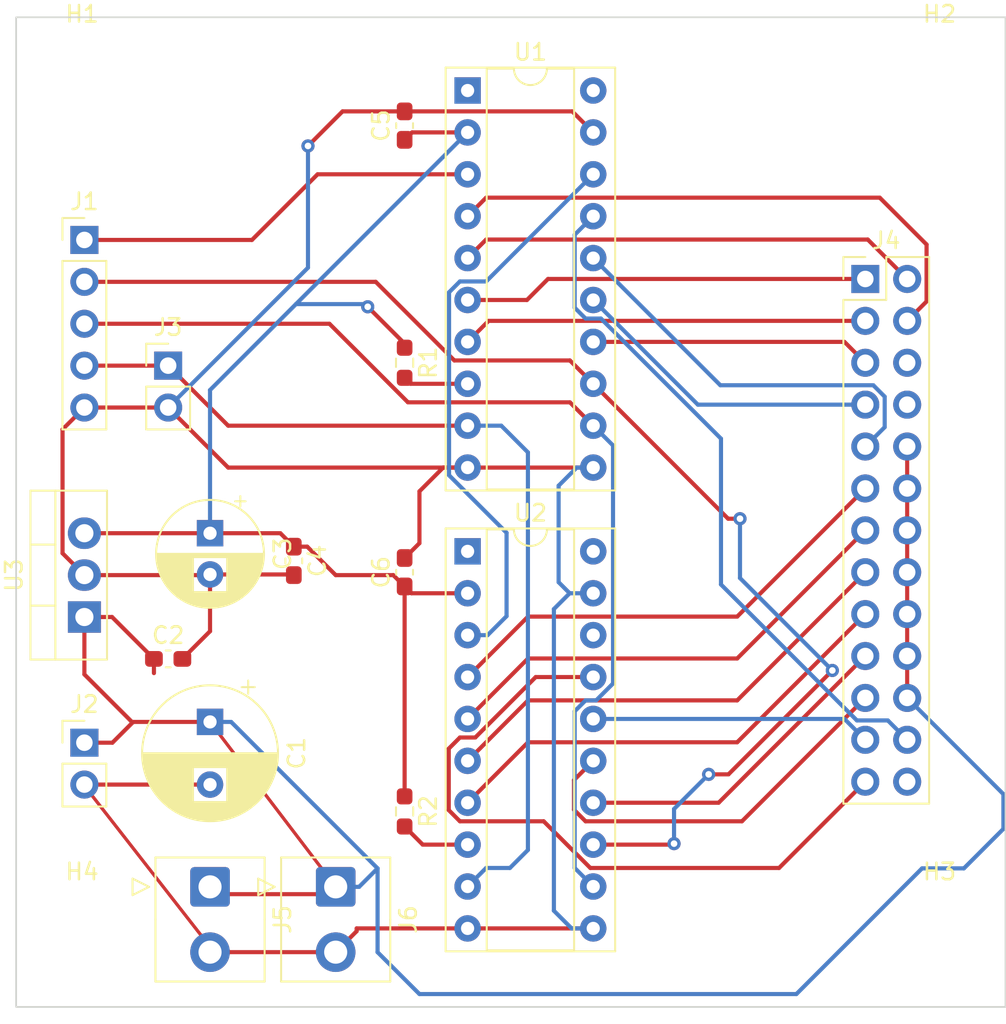
<source format=kicad_pcb>
(kicad_pcb (version 20221018) (generator pcbnew)
  (layers (0 "F.Cu" signal) (31 "B.Cu" signal) (34 "B.Paste" user) (35 "F.Paste" user) (36 "B.SilkS" user "B.Silkscreen") (37 "F.SilkS" user "F.Silkscreen") (38 "B.Mask" user) (39 "F.Mask" user) (44 "Edge.Cuts" user))
  (net 0 "")
  (net 1 "+12V")
  (net 2 "GND")
  (net 3 "+5V")
  (net 4 "Net-(J1-Pin_2)")
  (net 5 "Net-(J1-Pin_3)")
  (net 6 "Net-(J1-Pin_4)")
  (net 7 "L3")
  (net 8 "L2")
  (net 9 "L4")
  (net 10 "L1")
  (net 11 "L5")
  (net 13 "L6")
  (net 15 "L7")
  (net 16 "C1")
  (net 17 "C2")
  (net 18 "C3")
  (net 19 "C4")
  (net 20 "C5")
  (net 21 "C6")
  (net 22 "C7")
  (net 23 "HTP")
  (net 24 "C8")
  (net 26 "Net-(U1-~{SRCLR})")
  (net 27 "Net-(U2-~{SRCLR})")
  (net 29 "Net-(U1-SER_OUT)")
  (net 34 "Net-(J1-Pin_1)")
  (footprint "Connector_PinHeader_2.54mm:PinHeader_1x05_P2.54mm_Vertical" (layer "F.Cu") (at 104.14 63.5)
    (fp_text reference "J1" (at 0 -2.33) (layer "F.SilkS"))
    (fp_text value "5pin")
    (pad "1" thru_hole rect (at 0 0) (size 1.7 1.7) (drill 1) (layers "*.Cu" "*.Mask") (net 34 "Net-(J1-Pin_1)"))
    (pad "2" thru_hole oval (at 0 2.54) (size 1.7 1.7) (drill 1) (layers "*.Cu" "*.Mask") (net 4 "Net-(J1-Pin_2)"))
    (pad "3" thru_hole oval (at 0 5.08) (size 1.7 1.7) (drill 1) (layers "*.Cu" "*.Mask") (net 5 "Net-(J1-Pin_3)"))
    (pad "4" thru_hole oval (at 0 7.62) (size 1.7 1.7) (drill 1) (layers "*.Cu" "*.Mask") (net 6 "Net-(J1-Pin_4)"))
    (pad "5" thru_hole oval (at 0 10.16) (size 1.7 1.7) (drill 1) (layers "*.Cu" "*.Mask") (net 2 "GND"))
  )
  (footprint "Resistor_SMD:R_0603_1608Metric_Pad0.98x0.95mm_HandSolder" (layer "F.Cu") (at 123.56 98.1475 -90)
    (fp_text reference "R2" (at 0 -1.43 90) (layer "F.SilkS"))
    (fp_text value "10k")
    (pad "1" smd roundrect (at -0.9125 0 270) (size 0.975 0.95) (layers "F.Cu" "F.Paste" "F.Mask") (net 3 "+5V"))
    (pad "2" smd roundrect (at 0.9125 0 270) (size 0.975 0.95) (layers "F.Cu" "F.Paste" "F.Mask") (net 27 "Net-(U2-~{SRCLR})"))
  )
  (footprint "Connector_PinHeader_2.54mm:PinHeader_1x02_P2.54mm_Vertical" (layer "F.Cu") (at 109.22 71.12)
    (fp_text reference "J3" (at 0 -2.33) (layer "F.SilkS"))
    (fp_text value "2pin")
    (pad "1" thru_hole rect (at 0 0) (size 1.7 1.7) (drill 1) (layers "*.Cu" "*.Mask") (net 6 "Net-(J1-Pin_4)"))
    (pad "2" thru_hole oval (at 0 2.54) (size 1.7 1.7) (drill 1) (layers "*.Cu" "*.Mask") (net 2 "GND"))
  )
  (footprint "MountingHole:MountingHole_3.2mm_M3" (layer "F.Cu") (at 156 106)
    (fp_text reference "H3" (at 0 -4.2) (layer "F.SilkS"))
    (fp_text value "MH")
    (pad "" np_thru_hole circle (at 0 0) (size 3.2 3.2) (drill 3.2) (layers "*.Cu" "*.Mask"))
  )
  (footprint "MountingHole:MountingHole_3.2mm_M3" (layer "F.Cu") (at 156 54)
    (fp_text reference "H2" (at 0 -4.2) (layer "F.SilkS"))
    (fp_text value "MH")
    (pad "" np_thru_hole circle (at 0 0) (size 3.2 3.2) (drill 3.2) (layers "*.Cu" "*.Mask"))
  )
  (footprint "Capacitor_SMD:C_0603_1608Metric_Pad1.08x0.95mm_HandSolder" (layer "F.Cu") (at 116.84 82.9575 -90)
    (fp_text reference "C4" (at 0 -1.43 90) (layer "F.SilkS"))
    (fp_text value "100n")
    (pad "1" smd roundrect (at -0.8625 0 270) (size 1.075 0.95) (layers "F.Cu" "F.Paste" "F.Mask") (net 3 "+5V"))
    (pad "2" smd roundrect (at 0.8625 0 270) (size 1.075 0.95) (layers "F.Cu" "F.Paste" "F.Mask") (net 2 "GND"))
  )
  (footprint "Package_DIP:DIP-20_W7.62mm_Socket" (layer "F.Cu") (at 127.38 82.38)
    (fp_text reference "U2" (at 3.81 -2.33) (layer "F.SilkS"))
    (fp_text value "TPIC6595")
    (pad "1" thru_hole rect (at 0 0) (size 1.6 1.6) (drill 0.8) (layers "*.Cu" "*.Mask"))
    (pad "2" thru_hole oval (at 0 2.54) (size 1.6 1.6) (drill 0.8) (layers "*.Cu" "*.Mask") (net 3 "+5V"))
    (pad "3" thru_hole oval (at 0 5.08) (size 1.6 1.6) (drill 0.8) (layers "*.Cu" "*.Mask") (net 29 "Net-(U1-SER_OUT)"))
    (pad "4" thru_hole oval (at 0 7.62) (size 1.6 1.6) (drill 0.8) (layers "*.Cu" "*.Mask") (net 16 "C1"))
    (pad "5" thru_hole oval (at 0 10.16) (size 1.6 1.6) (drill 0.8) (layers "*.Cu" "*.Mask") (net 17 "C2"))
    (pad "6" thru_hole oval (at 0 12.7) (size 1.6 1.6) (drill 0.8) (layers "*.Cu" "*.Mask") (net 18 "C3"))
    (pad "7" thru_hole oval (at 0 15.24) (size 1.6 1.6) (drill 0.8) (layers "*.Cu" "*.Mask") (net 19 "C4"))
    (pad "8" thru_hole oval (at 0 17.78) (size 1.6 1.6) (drill 0.8) (layers "*.Cu" "*.Mask") (net 27 "Net-(U2-~{SRCLR})"))
    (pad "9" thru_hole oval (at 0 20.32) (size 1.6 1.6) (drill 0.8) (layers "*.Cu" "*.Mask") (net 6 "Net-(J1-Pin_4)"))
    (pad "10" thru_hole oval (at 0 22.86) (size 1.6 1.6) (drill 0.8) (layers "*.Cu" "*.Mask") (net 2 "GND"))
    (pad "11" thru_hole oval (at 7.62 22.86) (size 1.6 1.6) (drill 0.8) (layers "*.Cu" "*.Mask") (net 2 "GND"))
    (pad "12" thru_hole oval (at 7.62 20.32) (size 1.6 1.6) (drill 0.8) (layers "*.Cu" "*.Mask") (net 5 "Net-(J1-Pin_3)"))
    (pad "13" thru_hole oval (at 7.62 17.78) (size 1.6 1.6) (drill 0.8) (layers "*.Cu" "*.Mask") (net 4 "Net-(J1-Pin_2)"))
    (pad "14" thru_hole oval (at 7.62 15.24) (size 1.6 1.6) (drill 0.8) (layers "*.Cu" "*.Mask") (net 20 "C5"))
    (pad "15" thru_hole oval (at 7.62 12.7) (size 1.6 1.6) (drill 0.8) (layers "*.Cu" "*.Mask") (net 21 "C6"))
    (pad "16" thru_hole oval (at 7.62 10.16) (size 1.6 1.6) (drill 0.8) (layers "*.Cu" "*.Mask") (net 22 "C7"))
    (pad "17" thru_hole oval (at 7.62 7.62) (size 1.6 1.6) (drill 0.8) (layers "*.Cu" "*.Mask") (net 24 "C8"))
    (pad "18" thru_hole oval (at 7.62 5.08) (size 1.6 1.6) (drill 0.8) (layers "*.Cu" "*.Mask"))
    (pad "19" thru_hole oval (at 7.62 2.54) (size 1.6 1.6) (drill 0.8) (layers "*.Cu" "*.Mask") (net 2 "GND"))
    (pad "20" thru_hole oval (at 7.62 0) (size 1.6 1.6) (drill 0.8) (layers "*.Cu" "*.Mask"))
  )
  (footprint "Capacitor_SMD:C_0603_1608Metric_Pad1.08x0.95mm_HandSolder" (layer "F.Cu") (at 123.56 83.645 90)
    (fp_text reference "C6" (at 0 -1.43 90) (layer "F.SilkS"))
    (fp_text value "100n")
    (pad "1" smd roundrect (at -0.8625 0 90) (size 1.075 0.95) (layers "F.Cu" "F.Paste" "F.Mask") (net 3 "+5V"))
    (pad "2" smd roundrect (at 0.8625 0 90) (size 1.075 0.95) (layers "F.Cu" "F.Paste" "F.Mask") (net 2 "GND"))
  )
  (footprint "MountingHole:MountingHole_3.2mm_M3" (layer "F.Cu") (at 104 106)
    (fp_text reference "H4" (at 0 -4.2) (layer "F.SilkS"))
    (fp_text value "MH")
    (pad "" np_thru_hole circle (at 0 0) (size 3.2 3.2) (drill 3.2) (layers "*.Cu" "*.Mask"))
  )
  (footprint "Package_DIP:DIP-20_W7.62mm_Socket" (layer "F.Cu") (at 127.38 54.44)
    (fp_text reference "U1" (at 3.81 -2.33) (layer "F.SilkS"))
    (fp_text value "TPIC6595")
    (pad "1" thru_hole rect (at 0 0) (size 1.6 1.6) (drill 0.8) (layers "*.Cu" "*.Mask"))
    (pad "2" thru_hole oval (at 0 2.54) (size 1.6 1.6) (drill 0.8) (layers "*.Cu" "*.Mask") (net 3 "+5V"))
    (pad "3" thru_hole oval (at 0 5.08) (size 1.6 1.6) (drill 0.8) (layers "*.Cu" "*.Mask") (net 34 "Net-(J1-Pin_1)"))
    (pad "4" thru_hole oval (at 0 7.62) (size 1.6 1.6) (drill 0.8) (layers "*.Cu" "*.Mask") (net 10 "L1"))
    (pad "5" thru_hole oval (at 0 10.16) (size 1.6 1.6) (drill 0.8) (layers "*.Cu" "*.Mask") (net 8 "L2"))
    (pad "6" thru_hole oval (at 0 12.7) (size 1.6 1.6) (drill 0.8) (layers "*.Cu" "*.Mask") (net 7 "L3"))
    (pad "7" thru_hole oval (at 0 15.24) (size 1.6 1.6) (drill 0.8) (layers "*.Cu" "*.Mask") (net 9 "L4"))
    (pad "8" thru_hole oval (at 0 17.78) (size 1.6 1.6) (drill 0.8) (layers "*.Cu" "*.Mask") (net 26 "Net-(U1-~{SRCLR})"))
    (pad "9" thru_hole oval (at 0 20.32) (size 1.6 1.6) (drill 0.8) (layers "*.Cu" "*.Mask") (net 6 "Net-(J1-Pin_4)"))
    (pad "10" thru_hole oval (at 0 22.86) (size 1.6 1.6) (drill 0.8) (layers "*.Cu" "*.Mask") (net 2 "GND"))
    (pad "11" thru_hole oval (at 7.62 22.86) (size 1.6 1.6) (drill 0.8) (layers "*.Cu" "*.Mask") (net 2 "GND"))
    (pad "12" thru_hole oval (at 7.62 20.32) (size 1.6 1.6) (drill 0.8) (layers "*.Cu" "*.Mask") (net 5 "Net-(J1-Pin_3)"))
    (pad "13" thru_hole oval (at 7.62 17.78) (size 1.6 1.6) (drill 0.8) (layers "*.Cu" "*.Mask") (net 4 "Net-(J1-Pin_2)"))
    (pad "14" thru_hole oval (at 7.62 15.24) (size 1.6 1.6) (drill 0.8) (layers "*.Cu" "*.Mask") (net 11 "L5"))
    (pad "15" thru_hole oval (at 7.62 12.7) (size 1.6 1.6) (drill 0.8) (layers "*.Cu" "*.Mask") (net 13 "L6"))
    (pad "16" thru_hole oval (at 7.62 10.16) (size 1.6 1.6) (drill 0.8) (layers "*.Cu" "*.Mask") (net 15 "L7"))
    (pad "17" thru_hole oval (at 7.62 7.62) (size 1.6 1.6) (drill 0.8) (layers "*.Cu" "*.Mask") (net 23 "HTP"))
    (pad "18" thru_hole oval (at 7.62 5.08) (size 1.6 1.6) (drill 0.8) (layers "*.Cu" "*.Mask") (net 29 "Net-(U1-SER_OUT)"))
    (pad "19" thru_hole oval (at 7.62 2.54) (size 1.6 1.6) (drill 0.8) (layers "*.Cu" "*.Mask") (net 2 "GND"))
    (pad "20" thru_hole oval (at 7.62 0) (size 1.6 1.6) (drill 0.8) (layers "*.Cu" "*.Mask"))
  )
  (footprint "Connector_PinHeader_2.54mm:PinHeader_2x13_P2.54mm_Vertical" (layer "F.Cu") (at 151.5 65.865)
    (fp_text reference "J4" (at 1.27 -2.33) (layer "F.SilkS"))
    (fp_text value "26pin")
    (pad "1" thru_hole rect (at 0 0) (size 1.7 1.7) (drill 1) (layers "*.Cu" "*.Mask") (net 7 "L3"))
    (pad "2" thru_hole oval (at 2.54 0) (size 1.7 1.7) (drill 1) (layers "*.Cu" "*.Mask") (net 8 "L2"))
    (pad "3" thru_hole oval (at 0 2.54) (size 1.7 1.7) (drill 1) (layers "*.Cu" "*.Mask") (net 9 "L4"))
    (pad "4" thru_hole oval (at 2.54 2.54) (size 1.7 1.7) (drill 1) (layers "*.Cu" "*.Mask") (net 10 "L1"))
    (pad "5" thru_hole oval (at 0 5.08) (size 1.7 1.7) (drill 1) (layers "*.Cu" "*.Mask") (net 11 "L5"))
    (pad "6" thru_hole oval (at 2.54 5.08) (size 1.7 1.7) (drill 1) (layers "*.Cu" "*.Mask"))
    (pad "7" thru_hole oval (at 0 7.62) (size 1.7 1.7) (drill 1) (layers "*.Cu" "*.Mask") (net 13 "L6"))
    (pad "8" thru_hole oval (at 2.54 7.62) (size 1.7 1.7) (drill 1) (layers "*.Cu" "*.Mask"))
    (pad "9" thru_hole oval (at 0 10.16) (size 1.7 1.7) (drill 1) (layers "*.Cu" "*.Mask") (net 15 "L7"))
    (pad "10" thru_hole oval (at 2.54 10.16) (size 1.7 1.7) (drill 1) (layers "*.Cu" "*.Mask") (net 1 "+12V"))
    (pad "11" thru_hole oval (at 0 12.7) (size 1.7 1.7) (drill 1) (layers "*.Cu" "*.Mask") (net 16 "C1"))
    (pad "12" thru_hole oval (at 2.54 12.7) (size 1.7 1.7) (drill 1) (layers "*.Cu" "*.Mask") (net 1 "+12V"))
    (pad "13" thru_hole oval (at 0 15.24) (size 1.7 1.7) (drill 1) (layers "*.Cu" "*.Mask") (net 17 "C2"))
    (pad "14" thru_hole oval (at 2.54 15.24) (size 1.7 1.7) (drill 1) (layers "*.Cu" "*.Mask") (net 1 "+12V"))
    (pad "15" thru_hole oval (at 0 17.78) (size 1.7 1.7) (drill 1) (layers "*.Cu" "*.Mask") (net 18 "C3"))
    (pad "16" thru_hole oval (at 2.54 17.78) (size 1.7 1.7) (drill 1) (layers "*.Cu" "*.Mask") (net 1 "+12V"))
    (pad "17" thru_hole oval (at 0 20.32) (size 1.7 1.7) (drill 1) (layers "*.Cu" "*.Mask") (net 19 "C4"))
    (pad "18" thru_hole oval (at 2.54 20.32) (size 1.7 1.7) (drill 1) (layers "*.Cu" "*.Mask") (net 1 "+12V"))
    (pad "19" thru_hole oval (at 0 22.86) (size 1.7 1.7) (drill 1) (layers "*.Cu" "*.Mask") (net 20 "C5"))
    (pad "20" thru_hole oval (at 2.54 22.86) (size 1.7 1.7) (drill 1) (layers "*.Cu" "*.Mask") (net 1 "+12V"))
    (pad "21" thru_hole oval (at 0 25.4) (size 1.7 1.7) (drill 1) (layers "*.Cu" "*.Mask") (net 21 "C6"))
    (pad "22" thru_hole oval (at 2.54 25.4) (size 1.7 1.7) (drill 1) (layers "*.Cu" "*.Mask") (net 1 "+12V"))
    (pad "23" thru_hole oval (at 0 27.94) (size 1.7 1.7) (drill 1) (layers "*.Cu" "*.Mask") (net 22 "C7"))
    (pad "24" thru_hole oval (at 2.54 27.94) (size 1.7 1.7) (drill 1) (layers "*.Cu" "*.Mask") (net 23 "HTP"))
    (pad "25" thru_hole oval (at 0 30.48) (size 1.7 1.7) (drill 1) (layers "*.Cu" "*.Mask") (net 24 "C8"))
    (pad "26" thru_hole oval (at 2.54 30.48) (size 1.7 1.7) (drill 1) (layers "*.Cu" "*.Mask"))
  )
  (footprint "Capacitor_SMD:C_0603_1608Metric_Pad1.08x0.95mm_HandSolder" (layer "F.Cu") (at 109.22 88.9)
    (fp_text reference "C2" (at 0 -1.43) (layer "F.SilkS"))
    (fp_text value "100n")
    (pad "1" smd roundrect (at -0.8625 0) (size 1.075 0.95) (layers "F.Cu" "F.Paste" "F.Mask") (net 1 "+12V"))
    (pad "2" smd roundrect (at 0.8625 0) (size 1.075 0.95) (layers "F.Cu" "F.Paste" "F.Mask") (net 2 "GND"))
  )
  (footprint "Capacitor_SMD:C_0603_1608Metric_Pad1.08x0.95mm_HandSolder" (layer "F.Cu") (at 123.56 56.5675 90)
    (fp_text reference "C5" (at 0 -1.43 90) (layer "F.SilkS"))
    (fp_text value "100n")
    (pad "1" smd roundrect (at -0.8625 0 90) (size 1.075 0.95) (layers "F.Cu" "F.Paste" "F.Mask") (net 3 "+5V"))
    (pad "2" smd roundrect (at 0.8625 0 90) (size 1.075 0.95) (layers "F.Cu" "F.Paste" "F.Mask") (net 2 "GND"))
  )
  (footprint "Connector_PinHeader_2.54mm:PinHeader_1x02_P2.54mm_Vertical" (layer "F.Cu") (at 104.14 93.98)
    (fp_text reference "J2" (at 0 -2.33) (layer "F.SilkS"))
    (fp_text value "2pin")
    (pad "1" thru_hole rect (at 0 0) (size 1.7 1.7) (drill 1) (layers "*.Cu" "*.Mask") (net 1 "+12V"))
    (pad "2" thru_hole oval (at 0 2.54) (size 1.7 1.7) (drill 1) (layers "*.Cu" "*.Mask") (net 2 "GND"))
  )
  (footprint "Connector_TE-Connectivity:TE_826576-2_1x02_P3.96mm_Vertical" (layer "F.Cu") (at 119.38 102.72 -90)
    (fp_text reference "J6" (at 1.98 -4.4 90) (layer "F.SilkS"))
    (fp_text value "2pin")
    (pad "1" thru_hole roundrect (at 0 0 270) (size 2.4 2.4) (drill 1.4) (layers "*.Cu" "*.Mask") (roundrect_rratio 0.104167) (net 1 "+12V"))
    (pad "2" thru_hole circle (at 3.96 0 270) (size 2.4 2.4) (drill 1.4) (layers "*.Cu" "*.Mask") (net 2 "GND"))
  )
  (footprint "Capacitor_THT:CP_Radial_D6.3mm_P2.50mm" (layer "F.Cu") (at 111.76 81.28 -90)
    (fp_text reference "C3" (at 1.25 -4.4 90) (layer "F.SilkS"))
    (fp_text value "10u")
    (pad "1" thru_hole rect (at 0 0 270) (size 1.6 1.6) (drill 0.8) (layers "*.Cu" "*.Mask") (net 3 "+5V"))
    (pad "2" thru_hole circle (at 2.5 0 270) (size 1.6 1.6) (drill 0.8) (layers "*.Cu" "*.Mask") (net 2 "GND"))
  )
  (footprint "Connector_TE-Connectivity:TE_826576-2_1x02_P3.96mm_Vertical" (layer "F.Cu") (at 111.76 102.72 -90)
    (fp_text reference "J5" (at 1.98 -4.4 90) (layer "F.SilkS"))
    (fp_text value "2pin")
    (pad "1" thru_hole roundrect (at 0 0 270) (size 2.4 2.4) (drill 1.4) (layers "*.Cu" "*.Mask") (roundrect_rratio 0.104167) (net 1 "+12V"))
    (pad "2" thru_hole circle (at 3.96 0 270) (size 2.4 2.4) (drill 1.4) (layers "*.Cu" "*.Mask") (net 2 "GND"))
  )
  (footprint "Resistor_SMD:R_0603_1608Metric_Pad0.98x0.95mm_HandSolder" (layer "F.Cu") (at 123.56 70.945 -90)
    (fp_text reference "R1" (at 0 -1.43 90) (layer "F.SilkS"))
    (fp_text value "10k")
    (pad "1" smd roundrect (at -0.9125 0 270) (size 0.975 0.95) (layers "F.Cu" "F.Paste" "F.Mask") (net 3 "+5V"))
    (pad "2" smd roundrect (at 0.9125 0 270) (size 0.975 0.95) (layers "F.Cu" "F.Paste" "F.Mask") (net 26 "Net-(U1-~{SRCLR})"))
  )
  (footprint "Package_TO_SOT_THT:TO-220-3_Vertical" (layer "F.Cu") (at 104.14 86.36 90)
    (fp_text reference "U3" (at 2.54 -4.27 90) (layer "F.SilkS"))
    (fp_text value "L7805")
    (pad "1" thru_hole rect (at 0 0 90) (size 1.905 2) (drill 1.1) (layers "*.Cu" "*.Mask") (net 1 "+12V"))
    (pad "2" thru_hole oval (at 2.54 0 90) (size 1.905 2) (drill 1.1) (layers "*.Cu" "*.Mask") (net 2 "GND"))
    (pad "3" thru_hole oval (at 5.08 0 90) (size 1.905 2) (drill 1.1) (layers "*.Cu" "*.Mask") (net 3 "+5V"))
  )
  (footprint "MountingHole:MountingHole_3.2mm_M3" (layer "F.Cu") (at 104 54)
    (fp_text reference "H1" (at 0 -4.2) (layer "F.SilkS"))
    (fp_text value "MH")
    (pad "" np_thru_hole circle (at 0 0) (size 3.2 3.2) (drill 3.2) (layers "*.Cu" "*.Mask"))
  )
  (footprint "Capacitor_THT:CP_Radial_D8.0mm_P3.80mm" (layer "F.Cu") (at 111.76 92.72 -90)
    (fp_text reference "C1" (at 1.9 -5.25 -90) (layer "F.SilkS"))
    (fp_text value "100u")
    (pad "1" thru_hole rect (at 0 0 270) (size 1.6 1.6) (drill 0.8) (layers "*.Cu" "*.Mask") (net 1 "+12V"))
    (pad "2" thru_hole circle (at 3.8 0 270) (size 1.6 1.6) (drill 0.8) (layers "*.Cu" "*.Mask") (net 2 "GND"))
  )
  (gr_line (start 119.38 102.72) (end 111.76 92.72) (stroke (width 0.2)) (layer "F.Cu"))
  (gr_line (start 112.014 106.68) (end 103.886 96.266) (stroke (width 0.2)) (layer "F.Cu"))
  (gr_rect (start 100 50) (end 160 110) (stroke (width 0.1)) (fill none) (layer "Edge.Cuts"))
  (segment (start 107.1 92.72) (end 107.02 92.72) (width 0.25) (layer "F.Cu") (net 1))
  (segment (start 154.04 86.185) (end 154.04 88.725) (width 0.25) (layer "F.Cu") (net 1))
  (segment (start 112.20474 103.16474) (end 118.93526 103.16474) (width 0.25) (layer "F.Cu") (net 1))
  (segment (start 154.04 81.105) (end 154.04 78.565) (width 0.25) (layer "F.Cu") (net 1))
  (segment (start 119.041958 103.058042) (end 119.041958 102.977588) (width 0.25) (layer "F.Cu") (net 1))
  (segment (start 104.14 93.98) (end 105.84 93.98) (width 0.25) (layer "F.Cu") (net 1))
  (segment (start 154.04 78.565) (end 154.04 76.025) (width 0.25) (layer "F.Cu") (net 1))
  (segment (start 108.3575 89.7625) (end 108.3575 88.9) (width 0.25) (layer "F.Cu") (net 1))
  (segment (start 154.04 88.725) (end 154.04 91.265) (width 0.25) (layer "F.Cu") (net 1))
  (segment (start 111.76 92.72) (end 107.1 92.72) (width 0.25) (layer "F.Cu") (net 1))
  (segment (start 104.14 89.84) (end 104.14 86.36) (width 0.25) (layer "F.Cu") (net 1))
  (segment (start 154.04 81.105) (end 154.04 83.645) (width 0.25) (layer "F.Cu") (net 1))
  (segment (start 154.04 83.645) (end 154.04 86.185) (width 0.25) (layer "F.Cu") (net 1))
  (segment (start 104.14 86.36) (end 105.8175 86.36) (width 0.25) (layer "F.Cu") (net 1))
  (segment (start 118.93526 103.16474) (end 119.041958 103.058042) (width 0.25) (layer "F.Cu") (net 1))
  (segment (start 105.84 93.98) (end 107.1 92.72) (width 0.25) (layer "F.Cu") (net 1))
  (segment (start 111.76 102.72) (end 112.20474 103.16474) (width 0.25) (layer "F.Cu") (net 1))
  (segment (start 105.8175 86.36) (end 108.3575 88.9) (width 0.25) (layer "F.Cu") (net 1))
  (segment (start 107.02 92.72) (end 104.14 89.84) (width 0.25) (layer "F.Cu") (net 1))
  (segment (start 147.32 109.22) (end 124.46 109.22) (width 0.25) (layer "B.Cu") (net 1))
  (segment (start 111.76 92.72) (end 113.04 92.72) (width 0.25) (layer "B.Cu") (net 1))
  (segment (start 154.04 91.265) (end 159.875 97.1) (width 0.25) (layer "B.Cu") (net 1))
  (segment (start 124.46 109.22) (end 121.92 106.68) (width 0.25) (layer "B.Cu") (net 1))
  (segment (start 121.92 106.68) (end 121.92 101.6) (width 0.25) (layer "B.Cu") (net 1))
  (segment (start 120.8 102.72) (end 121.92 101.6) (width 0.25) (layer "B.Cu") (net 1))
  (segment (start 159.875 97.1) (end 159.875 99.205) (width 0.25) (layer "B.Cu") (net 1))
  (segment (start 157.48 101.6) (end 154.94 101.6) (width 0.25) (layer "B.Cu") (net 1))
  (segment (start 159.875 99.205) (end 157.48 101.6) (width 0.25) (layer "B.Cu") (net 1))
  (segment (start 113.04 92.72) (end 121.92 101.6) (width 0.25) (layer "B.Cu") (net 1))
  (segment (start 154.94 101.6) (end 147.32 109.22) (width 0.25) (layer "B.Cu") (net 1))
  (segment (start 119.38 102.72) (end 120.8 102.72) (width 0.25) (layer "B.Cu") (net 1))
  (segment (start 119.795 55.705) (end 117.7 57.8) (width 0.25) (layer "F.Cu") (net 2))
  (segment (start 127.38 77.3) (end 135 77.3) (width 0.25) (layer "F.Cu") (net 2))
  (segment (start 119.38 106.68) (end 120.65 105.41) (width 0.25) (layer "F.Cu") (net 2))
  (segment (start 116.8 83.78) (end 116.84 83.82) (width 0.25) (layer "F.Cu") (net 2))
  (segment (start 133.725 55.705) (end 135 56.98) (width 0.25) (layer "F.Cu") (net 2))
  (segment (start 125.9 77.3) (end 127.38 77.3) (width 0.25) (layer "F.Cu") (net 2))
  (segment (start 124.46 81.8825) (end 124.46 78.74) (width 0.25) (layer "F.Cu") (net 2))
  (segment (start 119.38 106.68) (end 111.76 106.68) (width 0.25) (layer "F.Cu") (net 2))
  (segment (start 123.56 55.705) (end 119.795 55.705) (width 0.25) (layer "F.Cu") (net 2))
  (segment (start 104.14 73.66) (end 109.22 73.66) (width 0.25) (layer "F.Cu") (net 2))
  (segment (start 104.14 83.82) (end 111.72 83.82) (width 0.25) (layer "F.Cu") (net 2))
  (segment (start 111.76 83.78) (end 116.8 83.78) (width 0.25) (layer "F.Cu") (net 2))
  (segment (start 127.38 105.24) (end 135 105.24) (width 0.25) (layer "F.Cu") (net 2))
  (segment (start 102.815 74.985) (end 104.14 73.66) (width 0.25) (layer "F.Cu") (net 2))
  (segment (start 104.14 96.52) (end 111.76 96.52) (width 0.25) (layer "F.Cu") (net 2))
  (segment (start 112.86 77.3) (end 127.38 77.3) (width 0.25) (layer "F.Cu") (net 2))
  (segment (start 120.65 105.24) (end 127.38 105.24) (width 0.25) (layer "F.Cu") (net 2))
  (segment (start 104.14 83.82) (end 102.815 82.495) (width 0.25) (layer "F.Cu") (net 2))
  (segment (start 111.72 83.82) (end 111.76 83.78) (width 0.25) (layer "F.Cu") (net 2))
  (segment (start 111.76 87.2225) (end 111.76 83.78) (width 0.25) (layer "F.Cu") (net 2))
  (segment (start 110.0825 88.9) (end 111.76 87.2225) (width 0.25) (layer "F.Cu") (net 2))
  (segment (start 109.22 73.66) (end 112.86 77.3) (width 0.25) (layer "F.Cu") (net 2))
  (segment (start 102.815 82.495) (end 102.815 74.985) (width 0.25) (layer "F.Cu") (net 2))
  (segment (start 120.65 105.41) (end 120.65 105.24) (width 0.25) (layer "F.Cu") (net 2))
  (segment (start 123.56 82.7825) (end 124.46 81.8825) (width 0.25) (layer "F.Cu") (net 2))
  (segment (start 123.56 55.705) (end 133.725 55.705) (width 0.25) (layer "F.Cu") (net 2))
  (segment (start 124.46 78.74) (end 125.9 77.3) (width 0.25) (layer "F.Cu") (net 2))
  (via (at 117.7 57.8) (size 0.8) (drill 0.4) (layers "F.Cu" "B.Cu") (net 2))
  (segment (start 132.6134 104.1654) (end 133.688 105.24) (width 0.25) (layer "B.Cu") (net 2))
  (segment (start 132.6134 85.8774) (end 133.5708 84.92) (width 0.25) (layer "B.Cu") (net 2))
  (segment (start 109.22 73.66) (end 117.7 65.18) (width 0.25) (layer "B.Cu") (net 2))
  (segment (start 133.688 105.24) (end 135 105.24) (width 0.25) (layer "B.Cu") (net 2))
  (segment (start 133.5708 84.92) (end 135 84.92) (width 0.25) (layer "B.Cu") (net 2))
  (segment (start 133.5708 84.92) (end 132.9 84.2492) (width 0.25) (layer "B.Cu") (net 2))
  (segment (start 134 77.3) (end 135 77.3) (width 0.25) (layer "B.Cu") (net 2))
  (segment (start 132.9 78.4) (end 134 77.3) (width 0.25) (layer "B.Cu") (net 2))
  (segment (start 132.9 84.2492) (end 132.9 78.4) (width 0.25) (layer "B.Cu") (net 2))
  (segment (start 117.7 65.18) (end 117.7 57.8) (width 0.25) (layer "B.Cu") (net 2))
  (segment (start 132.6134 85.8774) (end 132.6134 104.1654) (width 0.25) (layer "B.Cu") (net 2))
  (segment (start 116.025 81.28) (end 116.84 82.095) (width 0.25) (layer "F.Cu") (net 3))
  (segment (start 123.56 84.5075) (end 123.9725 84.92) (width 0.25) (layer "F.Cu") (net 3))
  (segment (start 123.56 57.43) (end 124.01 56.98) (width 0.25) (layer "F.Cu") (net 3))
  (segment (start 116.84 82.095) (end 117.655 82.095) (width 0.25) (layer "F.Cu") (net 3))
  (segment (start 123.9725 84.92) (end 127.38 84.92) (width 0.25) (layer "F.Cu") (net 3))
  (segment (start 104.14 81.28) (end 111.76 81.28) (width 0.25) (layer "F.Cu") (net 3))
  (segment (start 111.76 81.28) (end 116.025 81.28) (width 0.25) (layer "F.Cu") (net 3))
  (segment (start 124.01 56.98) (end 127.38 56.98) (width 0.25) (layer "F.Cu") (net 3))
  (segment (start 117.655 82.095) (end 119.38 83.82) (width 0.25) (layer "F.Cu") (net 3))
  (segment (start 122.8725 83.82) (end 123.56 84.5075) (width 0.25) (layer "F.Cu") (net 3))
  (segment (start 123.56 97.235) (end 123.56 84.5075) (width 0.25) (layer "F.Cu") (net 3))
  (segment (start 119.38 83.82) (end 122.8725 83.82) (width 0.25) (layer "F.Cu") (net 3))
  (segment (start 123.56 70.0325) (end 123.56 69.7882) (width 0.25) (layer "F.Cu") (net 3))
  (segment (start 123.56 69.7882) (end 121.3231 67.5513) (width 0.25) (layer "F.Cu") (net 3))
  (segment (start 121.2342 67.4624) (end 121.3231 67.5513) (width 0.25) (layer "F.Cu") (net 3))
  (via (at 121.3231 67.5513) (size 0.8) (drill 0.4) (layers "F.Cu" "B.Cu") (net 3))
  (segment (start 121.1614 67.3896) (end 116.9704 67.3896) (width 0.25) (layer "B.Cu") (net 3))
  (segment (start 121.3231 67.5513) (end 121.1614 67.3896) (width 0.25) (layer "B.Cu") (net 3))
  (segment (start 111.76 81.28) (end 111.76 72.6) (width 0.25) (layer "B.Cu") (net 3))
  (segment (start 111.76 72.6) (end 116.9704 67.3896) (width 0.25) (layer "B.Cu") (net 3))
  (segment (start 116.9704 67.3896) (end 127.38 56.98) (width 0.25) (layer "B.Cu") (net 3))
  (segment (start 126.574009 70.805) (end 133.585 70.805) (width 0.25) (layer "F.Cu") (net 4))
  (segment (start 133.585 70.805) (end 135 72.22) (width 0.25) (layer "F.Cu") (net 4))
  (segment (start 104.14 66.04) (end 121.809009 66.04) (width 0.25) (layer "F.Cu") (net 4))
  (segment (start 121.809009 66.04) (end 126.574009 70.805) (width 0.25) (layer "F.Cu") (net 4))
  (segment (start 135 100.16) (end 139.84 100.16) (width 0.25) (layer "F.Cu") (net 4))
  (segment (start 135 72.22) (end 143.18 80.4) (width 0.25) (layer "F.Cu") (net 4))
  (segment (start 143.18 80.4) (end 143.9 80.4) (width 0.25) (layer "F.Cu") (net 4))
  (segment (start 142 95.9) (end 143.2 95.9) (width 0.25) (layer "F.Cu") (net 4))
  (segment (start 143.2 95.9) (end 149.5 89.6) (width 0.25) (layer "F.Cu") (net 4))
  (segment (start 139.84 100.16) (end 139.9 100.1) (width 0.25) (layer "F.Cu") (net 4))
  (via (at 142 95.9) (size 0.8) (drill 0.4) (layers "F.Cu" "B.Cu") (net 4))
  (via (at 149.5 89.6) (size 0.8) (drill 0.4) (layers "F.Cu" "B.Cu") (net 4))
  (via (at 139.9 100.1) (size 0.8) (drill 0.4) (layers "F.Cu" "B.Cu") (net 4))
  (via (at 143.9 80.4) (size 0.8) (drill 0.4) (layers "F.Cu" "B.Cu") (net 4))
  (segment (start 149.5 89.6) (end 143.9 84) (width 0.25) (layer "B.Cu") (net 4))
  (segment (start 139.9 100.1) (end 139.9 98) (width 0.25) (layer "B.Cu") (net 4))
  (segment (start 143.9 84) (end 143.9 80.4) (width 0.25) (layer "B.Cu") (net 4))
  (segment (start 139.9 98) (end 142 95.9) (width 0.25) (layer "B.Cu") (net 4))
  (segment (start 104.14 68.58) (end 118.999505 68.58) (width 0.25) (layer "F.Cu") (net 5))
  (segment (start 133.585 73.345) (end 135 74.76) (width 0.25) (layer "F.Cu") (net 5))
  (segment (start 118.999505 68.58) (end 123.764505 73.345) (width 0.25) (layer "F.Cu") (net 5))
  (segment (start 123.764505 73.345) (end 133.585 73.345) (width 0.25) (layer "F.Cu") (net 5))
  (segment (start 135.175991 91.415) (end 136.2 90.390991) (width 0.25) (layer "B.Cu") (net 5))
  (segment (start 134.534009 91.415) (end 135.175991 91.415) (width 0.25) (layer "B.Cu") (net 5))
  (segment (start 136.2 75.96) (end 135 74.76) (width 0.25) (layer "B.Cu") (net 5))
  (segment (start 133.875 92.074009) (end 134.534009 91.415) (width 0.25) (layer "B.Cu") (net 5))
  (segment (start 133.875 101.575) (end 133.875 92.074009) (width 0.25) (layer "B.Cu") (net 5))
  (segment (start 135 102.7) (end 133.875 101.575) (width 0.25) (layer "B.Cu") (net 5))
  (segment (start 136.2 90.390991) (end 136.2 75.96) (width 0.25) (layer "B.Cu") (net 5))
  (segment (start 109.22 71.12) (end 112.86 74.76) (width 0.25) (layer "F.Cu") (net 6))
  (segment (start 112.86 74.76) (end 127.38 74.76) (width 0.25) (layer "F.Cu") (net 6))
  (segment (start 104.14 71.12) (end 109.22 71.12) (width 0.25) (layer "F.Cu") (net 6))
  (segment (start 128.505 101.575) (end 129.946 101.575) (width 0.25) (layer "B.Cu") (net 6))
  (segment (start 127.38 102.7) (end 128.505 101.575) (width 0.25) (layer "B.Cu") (net 6))
  (segment (start 131.0386 100.4824) (end 131.0386 76.3778) (width 0.25) (layer "B.Cu") (net 6))
  (segment (start 129.946 101.575) (end 131.0386 100.4824) (width 0.25) (layer "B.Cu") (net 6))
  (segment (start 131.0386 76.3778) (end 129.4208 74.76) (width 0.25) (layer "B.Cu") (net 6))
  (segment (start 129.4208 74.76) (end 127.38 74.76) (width 0.25) (layer "B.Cu") (net 6))
  (segment (start 130.98 67.14) (end 127.38 67.14) (width 0.25) (layer "F.Cu") (net 7))
  (segment (start 132.255 65.865) (end 130.98 67.14) (width 0.25) (layer "F.Cu") (net 7))
  (segment (start 151.5 65.865) (end 132.255 65.865) (width 0.25) (layer "F.Cu") (net 7))
  (segment (start 128.505 63.475) (end 127.38 64.6) (width 0.25) (layer "F.Cu") (net 8))
  (segment (start 151.65 63.475) (end 128.505 63.475) (width 0.25) (layer "F.Cu") (net 8))
  (segment (start 154.04 65.865) (end 151.65 63.475) (width 0.25) (layer "F.Cu") (net 8))
  (segment (start 151.5 68.405) (end 128.655 68.405) (width 0.25) (layer "F.Cu") (net 9))
  (segment (start 128.655 68.405) (end 127.38 69.68) (width 0.25) (layer "F.Cu") (net 9))
  (segment (start 155.215 63.775) (end 152.375 60.935) (width 0.25) (layer "F.Cu") (net 10))
  (segment (start 128.505 60.935) (end 127.38 62.06) (width 0.25) (layer "F.Cu") (net 10))
  (segment (start 152.375 60.935) (end 128.505 60.935) (width 0.25) (layer "F.Cu") (net 10))
  (segment (start 154.04 68.405) (end 155.215 67.23) (width 0.25) (layer "F.Cu") (net 10))
  (segment (start 155.215 67.23) (end 155.215 63.775) (width 0.25) (layer "F.Cu") (net 10))
  (segment (start 151.5 70.945) (end 150.235 69.68) (width 0.25) (layer "F.Cu") (net 11))
  (segment (start 150.235 69.68) (end 135 69.68) (width 0.25) (layer "F.Cu") (net 11))
  (segment (start 141.345 73.485) (end 135 67.14) (width 0.25) (layer "B.Cu") (net 13))
  (segment (start 151.5 73.485) (end 141.345 73.485) (width 0.25) (layer "B.Cu") (net 13))
  (segment (start 151.986701 72.31) (end 142.71 72.31) (width 0.25) (layer "B.Cu") (net 15))
  (segment (start 142.71 72.31) (end 135 64.6) (width 0.25) (layer "B.Cu") (net 15))
  (segment (start 152.675 72.998299) (end 151.986701 72.31) (width 0.25) (layer "B.Cu") (net 15))
  (segment (start 151.5 76.025) (end 152.675 74.85) (width 0.25) (layer "B.Cu") (net 15))
  (segment (start 152.675 74.85) (end 152.675 72.998299) (width 0.25) (layer "B.Cu") (net 15))
  (segment (start 131.045 86.335) (end 143.73 86.335) (width 0.25) (layer "F.Cu") (net 16))
  (segment (start 143.73 86.335) (end 151.5 78.565) (width 0.25) (layer "F.Cu") (net 16))
  (segment (start 127.38 90) (end 131.045 86.335) (width 0.25) (layer "F.Cu") (net 16))
  (segment (start 131.045 88.875) (end 143.73 88.875) (width 0.25) (layer "F.Cu") (net 17))
  (segment (start 127.38 92.54) (end 131.045 88.875) (width 0.25) (layer "F.Cu") (net 17))
  (segment (start 143.73 88.875) (end 151.5 81.105) (width 0.25) (layer "F.Cu") (net 17))
  (segment (start 127.38 95.08) (end 131.045 91.415) (width 0.25) (layer "F.Cu") (net 18))
  (segment (start 131.045 91.415) (end 143.73 91.415) (width 0.25) (layer "F.Cu") (net 18))
  (segment (start 143.73 91.415) (end 151.5 83.645) (width 0.25) (layer "F.Cu") (net 18))
  (segment (start 143.73 93.955) (end 151.5 86.185) (width 0.25) (layer "F.Cu") (net 19))
  (segment (start 127.38 97.62) (end 131.045 93.955) (width 0.25) (layer "F.Cu") (net 19))
  (segment (start 131.045 93.955) (end 143.73 93.955) (width 0.25) (layer "F.Cu") (net 19))
  (segment (start 142.605 97.62) (end 135 97.62) (width 0.25) (layer "F.Cu") (net 20))
  (segment (start 151.5 88.725) (end 142.605 97.62) (width 0.25) (layer "F.Cu") (net 20))
  (segment (start 134.534009 98.745) (end 133.8326 98.043591) (width 0.25) (layer "F.Cu") (net 21))
  (segment (start 133.8326 98.043591) (end 133.8326 96.2474) (width 0.25) (layer "F.Cu") (net 21))
  (segment (start 144.02 98.745) (end 134.534009 98.745) (width 0.25) (layer "F.Cu") (net 21))
  (segment (start 133.8326 96.2474) (end 135 95.08) (width 0.25) (layer "F.Cu") (net 21))
  (segment (start 151.5 91.265) (end 144.02 98.745) (width 0.25) (layer "F.Cu") (net 21))
  (segment (start 135 92.54) (end 150.235 92.54) (width 0.25) (layer "B.Cu") (net 22))
  (segment (start 150.235 92.54) (end 151.5 93.805) (width 0.25) (layer "B.Cu") (net 22))
  (segment (start 133.875 63.185) (end 135 62.06) (width 0.25) (layer "B.Cu") (net 23))
  (segment (start 135.465991 68.265) (end 134.534009 68.265) (width 0.25) (layer "B.Cu") (net 23))
  (segment (start 154.04 93.805) (end 152.865 92.63) (width 0.25) (layer "B.Cu") (net 23))
  (segment (start 133.875 67.605991) (end 133.875 63.185) (width 0.25) (layer "B.Cu") (net 23))
  (segment (start 150.989009 92.63) (end 142.748 84.388991) (width 0.25) (layer "B.Cu") (net 23))
  (segment (start 134.534009 68.265) (end 133.875 67.605991) (width 0.25) (layer "B.Cu") (net 23))
  (segment (start 142.748 75.547009) (end 135.465991 68.265) (width 0.25) (layer "B.Cu") (net 23))
  (segment (start 142.748 84.388991) (end 142.748 75.547009) (width 0.25) (layer "B.Cu") (net 23))
  (segment (start 152.865 92.63) (end 150.989009 92.63) (width 0.25) (layer "B.Cu") (net 23))
  (segment (start 126.914009 98.745) (end 126.238 98.068991) (width 0.25) (layer "F.Cu") (net 24))
  (segment (start 127.845991 93.665) (end 131.510991 90) (width 0.25) (layer "F.Cu") (net 24))
  (segment (start 134.824009 101.575) (end 131.994009 98.745) (width 0.25) (layer "F.Cu") (net 24))
  (segment (start 126.914009 93.665) (end 127.845991 93.665) (width 0.25) (layer "F.Cu") (net 24))
  (segment (start 151.5 96.345) (end 146.27 101.575) (width 0.25) (layer "F.Cu") (net 24))
  (segment (start 126.238 94.341009) (end 126.914009 93.665) (width 0.25) (layer "F.Cu") (net 24))
  (segment (start 131.510991 90) (end 135 90) (width 0.25) (layer "F.Cu") (net 24))
  (segment (start 146.27 101.575) (end 134.824009 101.575) (width 0.25) (layer "F.Cu") (net 24))
  (segment (start 131.994009 98.745) (end 126.914009 98.745) (width 0.25) (layer "F.Cu") (net 24))
  (segment (start 126.238 98.068991) (end 126.238 94.341009) (width 0.25) (layer "F.Cu") (net 24))
  (segment (start 123.56 71.8575) (end 123.9225 72.22) (width 0.25) (layer "F.Cu") (net 26))
  (segment (start 123.9225 72.22) (end 127.38 72.22) (width 0.25) (layer "F.Cu") (net 26))
  (segment (start 123.56 99.06) (end 124.66 100.16) (width 0.25) (layer "F.Cu") (net 27))
  (segment (start 124.66 100.16) (end 127.38 100.16) (width 0.25) (layer "F.Cu") (net 27))
  (segment (start 126.255 77.765991) (end 126.255 66.674009) (width 0.25) (layer "B.Cu") (net 29))
  (segment (start 128.505 66.015) (end 135 59.52) (width 0.25) (layer "B.Cu") (net 29))
  (segment (start 128.5924 87.46) (end 129.7432 86.3092) (width 0.25) (layer "B.Cu") (net 29))
  (segment (start 129.7432 86.3092) (end 129.7432 81.254191) (width 0.25) (layer "B.Cu") (net 29))
  (segment (start 127.38 87.46) (end 128.5924 87.46) (width 0.25) (layer "B.Cu") (net 29))
  (segment (start 126.255 66.674009) (end 126.914009 66.015) (width 0.25) (layer "B.Cu") (net 29))
  (segment (start 126.914009 66.015) (end 128.505 66.015) (width 0.25) (layer "B.Cu") (net 29))
  (segment (start 129.7432 81.254191) (end 126.255 77.765991) (width 0.25) (layer "B.Cu") (net 29))
  (segment (start 104.14 63.5) (end 114.3 63.5) (width 0.25) (layer "F.Cu") (net 34))
  (segment (start 118.28 59.52) (end 127.38 59.52) (width 0.25) (layer "F.Cu") (net 34))
  (segment (start 114.3 63.5) (end 118.28 59.52) (width 0.25) (layer "F.Cu") (net 34))
)
</source>
